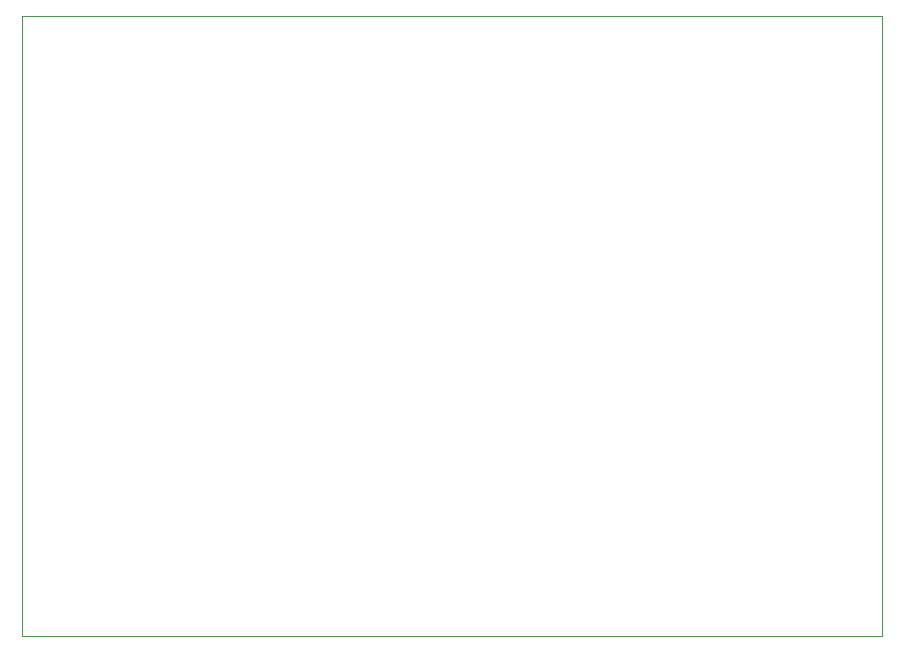
<source format=gbr>
%TF.GenerationSoftware,KiCad,Pcbnew,9.0.3*%
%TF.CreationDate,2025-07-09T17:54:38-05:00*%
%TF.ProjectId,focMotorController,666f634d-6f74-46f7-9243-6f6e74726f6c,rev?*%
%TF.SameCoordinates,Original*%
%TF.FileFunction,Profile,NP*%
%FSLAX46Y46*%
G04 Gerber Fmt 4.6, Leading zero omitted, Abs format (unit mm)*
G04 Created by KiCad (PCBNEW 9.0.3) date 2025-07-09 17:54:38*
%MOMM*%
%LPD*%
G01*
G04 APERTURE LIST*
%TA.AperFunction,Profile*%
%ADD10C,0.050000*%
%TD*%
G04 APERTURE END LIST*
D10*
X73204100Y-37500000D02*
X146000000Y-37500000D01*
X146000000Y-90000000D01*
X73204100Y-90000000D01*
X73204100Y-37500000D01*
M02*

</source>
